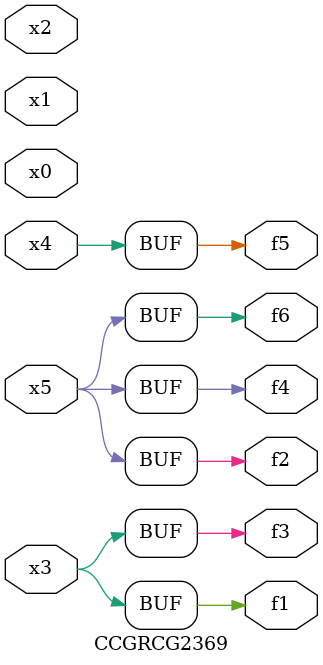
<source format=v>
module CCGRCG2369(
	input x0, x1, x2, x3, x4, x5,
	output f1, f2, f3, f4, f5, f6
);
	assign f1 = x3;
	assign f2 = x5;
	assign f3 = x3;
	assign f4 = x5;
	assign f5 = x4;
	assign f6 = x5;
endmodule

</source>
